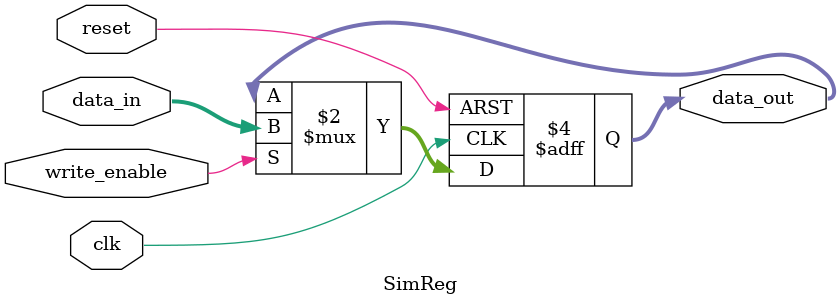
<source format=v>
module SimReg #(parameter WIDTH = 4, parameter INIT = 0) 
(
  input wire clk,
  input wire reset,
  input wire [WIDTH-1:0] data_in,
  input wire write_enable,
  output reg [WIDTH-1:0] data_out
);

// 在上升时钟边缘或复位信号被触发时更新状态
always @(posedge clk or posedge reset) begin
  if (reset) begin
    // 当复位信号为高时，将输出重置为初始值
    data_out <= INIT;
  end
  else if (write_enable) begin
    // 仅当写使能信号为高时更新状态
    data_out <= data_in;
  end
end

endmodule

</source>
